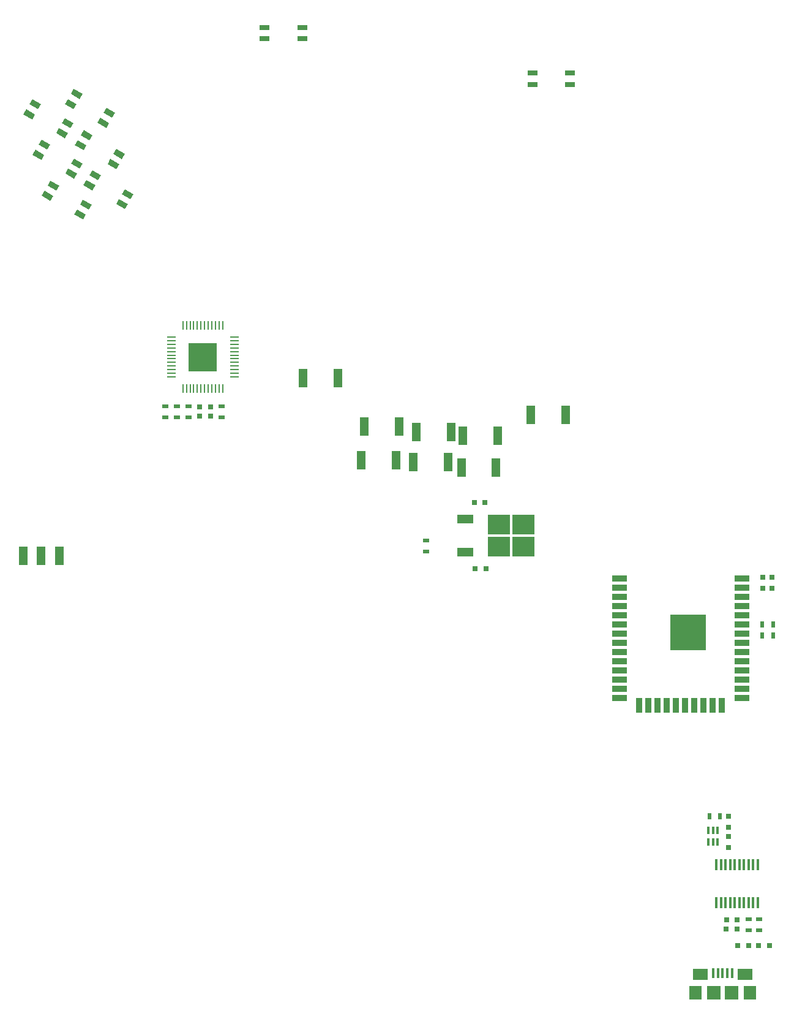
<source format=gbp>
G04 #@! TF.GenerationSoftware,KiCad,Pcbnew,(5.0.2)-1*
G04 #@! TF.CreationDate,2019-03-20T23:13:41-06:00*
G04 #@! TF.ProjectId,Hak4Kidz2019,48616b34-4b69-4647-9a32-3031392e6b69,rev?*
G04 #@! TF.SameCoordinates,Original*
G04 #@! TF.FileFunction,Paste,Bot*
G04 #@! TF.FilePolarity,Positive*
%FSLAX46Y46*%
G04 Gerber Fmt 4.6, Leading zero omitted, Abs format (unit mm)*
G04 Created by KiCad (PCBNEW (5.0.2)-1) date 3/20/2019 11:13:41 PM*
%MOMM*%
%LPD*%
G01*
G04 APERTURE LIST*
%ADD10C,0.800000*%
%ADD11C,0.100000*%
%ADD12R,1.400000X0.800000*%
%ADD13R,0.299720X0.988060*%
%ADD14R,0.250000X1.300000*%
%ADD15R,1.300000X0.250000*%
%ADD16R,4.000000X4.000000*%
%ADD17R,0.750000X0.800000*%
%ADD18R,0.800000X0.750000*%
%ADD19R,1.200000X2.600000*%
%ADD20R,1.900000X1.900000*%
%ADD21R,1.800000X1.900000*%
%ADD22R,2.100000X1.600000*%
%ADD23R,0.400000X1.350000*%
%ADD24R,0.900000X0.500000*%
%ADD25R,0.500000X0.900000*%
%ADD26R,1.200000X2.500000*%
%ADD27R,5.000000X5.000000*%
%ADD28R,2.000000X0.900000*%
%ADD29R,0.900000X2.000000*%
%ADD30R,0.410000X1.600000*%
%ADD31R,3.050000X2.750000*%
%ADD32R,2.200000X1.200000*%
G04 APERTURE END LIST*
D10*
G04 #@! TO.C,D7*
X55026466Y-70304780D03*
D11*
G36*
X54220248Y-70301190D02*
X54620248Y-69608370D01*
X55832684Y-70308370D01*
X55432684Y-71001190D01*
X54220248Y-70301190D01*
X54220248Y-70301190D01*
G37*
D10*
X50523134Y-67704780D03*
D11*
G36*
X49716916Y-67701190D02*
X50116916Y-67008370D01*
X51329352Y-67708370D01*
X50929352Y-68401190D01*
X49716916Y-67701190D01*
X49716916Y-67701190D01*
G37*
D10*
X54226466Y-71690420D03*
D11*
G36*
X53420248Y-71686830D02*
X53820248Y-70994010D01*
X55032684Y-71694010D01*
X54632684Y-72386830D01*
X53420248Y-71686830D01*
X53420248Y-71686830D01*
G37*
D10*
X49723134Y-69090420D03*
D11*
G36*
X48916916Y-69086830D02*
X49316916Y-68394010D01*
X50529352Y-69094010D01*
X50129352Y-69786830D01*
X48916916Y-69086830D01*
X48916916Y-69086830D01*
G37*
G04 #@! TD*
D12*
G04 #@! TO.C,D1*
X84946800Y-45809000D03*
X79746800Y-45809000D03*
X84946800Y-47409000D03*
X79746800Y-47409000D03*
G04 #@! TD*
G04 #@! TO.C,D2*
X121980000Y-52108200D03*
X116780000Y-52108200D03*
X121980000Y-53708200D03*
X116780000Y-53708200D03*
G04 #@! TD*
D10*
G04 #@! TO.C,D3*
X52511866Y-59052580D03*
D11*
G36*
X51705648Y-59048990D02*
X52105648Y-58356170D01*
X53318084Y-59056170D01*
X52918084Y-59748990D01*
X51705648Y-59048990D01*
X51705648Y-59048990D01*
G37*
D10*
X48008534Y-56452580D03*
D11*
G36*
X47202316Y-56448990D02*
X47602316Y-55756170D01*
X48814752Y-56456170D01*
X48414752Y-57148990D01*
X47202316Y-56448990D01*
X47202316Y-56448990D01*
G37*
D10*
X51711866Y-60438220D03*
D11*
G36*
X50905648Y-60434630D02*
X51305648Y-59741810D01*
X52518084Y-60441810D01*
X52118084Y-61134630D01*
X50905648Y-60434630D01*
X50905648Y-60434630D01*
G37*
D10*
X47208534Y-57838220D03*
D11*
G36*
X46402316Y-57834630D02*
X46802316Y-57141810D01*
X48014752Y-57841810D01*
X47614752Y-58534630D01*
X46402316Y-57834630D01*
X46402316Y-57834630D01*
G37*
G04 #@! TD*
D10*
G04 #@! TO.C,D4*
X58252266Y-57630180D03*
D11*
G36*
X57446048Y-57626590D02*
X57846048Y-56933770D01*
X59058484Y-57633770D01*
X58658484Y-58326590D01*
X57446048Y-57626590D01*
X57446048Y-57626590D01*
G37*
D10*
X53748934Y-55030180D03*
D11*
G36*
X52942716Y-55026590D02*
X53342716Y-54333770D01*
X54555152Y-55033770D01*
X54155152Y-55726590D01*
X52942716Y-55026590D01*
X52942716Y-55026590D01*
G37*
D10*
X57452266Y-59015820D03*
D11*
G36*
X56646048Y-59012230D02*
X57046048Y-58319410D01*
X58258484Y-59019410D01*
X57858484Y-59712230D01*
X56646048Y-59012230D01*
X56646048Y-59012230D01*
G37*
D10*
X52948934Y-56415820D03*
D11*
G36*
X52142716Y-56412230D02*
X52542716Y-55719410D01*
X53755152Y-56419410D01*
X53355152Y-57112230D01*
X52142716Y-56412230D01*
X52142716Y-56412230D01*
G37*
G04 #@! TD*
D10*
G04 #@! TO.C,D5*
X53781866Y-64640580D03*
D11*
G36*
X52975648Y-64636990D02*
X53375648Y-63944170D01*
X54588084Y-64644170D01*
X54188084Y-65336990D01*
X52975648Y-64636990D01*
X52975648Y-64636990D01*
G37*
D10*
X49278534Y-62040580D03*
D11*
G36*
X48472316Y-62036990D02*
X48872316Y-61344170D01*
X50084752Y-62044170D01*
X49684752Y-62736990D01*
X48472316Y-62036990D01*
X48472316Y-62036990D01*
G37*
D10*
X52981866Y-66026220D03*
D11*
G36*
X52175648Y-66022630D02*
X52575648Y-65329810D01*
X53788084Y-66029810D01*
X53388084Y-66722630D01*
X52175648Y-66022630D01*
X52175648Y-66022630D01*
G37*
D10*
X48478534Y-63426220D03*
D11*
G36*
X47672316Y-63422630D02*
X48072316Y-62729810D01*
X49284752Y-63429810D01*
X48884752Y-64122630D01*
X47672316Y-63422630D01*
X47672316Y-63422630D01*
G37*
G04 #@! TD*
D10*
G04 #@! TO.C,D6*
X59623866Y-63319780D03*
D11*
G36*
X58817648Y-63316190D02*
X59217648Y-62623370D01*
X60430084Y-63323370D01*
X60030084Y-64016190D01*
X58817648Y-63316190D01*
X58817648Y-63316190D01*
G37*
D10*
X55120534Y-60719780D03*
D11*
G36*
X54314316Y-60716190D02*
X54714316Y-60023370D01*
X55926752Y-60723370D01*
X55526752Y-61416190D01*
X54314316Y-60716190D01*
X54314316Y-60716190D01*
G37*
D10*
X58823866Y-64705420D03*
D11*
G36*
X58017648Y-64701830D02*
X58417648Y-64009010D01*
X59630084Y-64709010D01*
X59230084Y-65401830D01*
X58017648Y-64701830D01*
X58017648Y-64701830D01*
G37*
D10*
X54320534Y-62105420D03*
D11*
G36*
X53514316Y-62101830D02*
X53914316Y-61409010D01*
X55126752Y-62109010D01*
X54726752Y-62801830D01*
X53514316Y-62101830D01*
X53514316Y-62101830D01*
G37*
G04 #@! TD*
D10*
G04 #@! TO.C,D8*
X60817666Y-68856980D03*
D11*
G36*
X60011448Y-68853390D02*
X60411448Y-68160570D01*
X61623884Y-68860570D01*
X61223884Y-69553390D01*
X60011448Y-68853390D01*
X60011448Y-68853390D01*
G37*
D10*
X56314334Y-66256980D03*
D11*
G36*
X55508116Y-66253390D02*
X55908116Y-65560570D01*
X57120552Y-66260570D01*
X56720552Y-66953390D01*
X55508116Y-66253390D01*
X55508116Y-66253390D01*
G37*
D10*
X60017666Y-70242620D03*
D11*
G36*
X59211448Y-70239030D02*
X59611448Y-69546210D01*
X60823884Y-70246210D01*
X60423884Y-70939030D01*
X59211448Y-70239030D01*
X59211448Y-70239030D01*
G37*
D10*
X55514334Y-67642620D03*
D11*
G36*
X54708116Y-67639030D02*
X55108116Y-66946210D01*
X56320552Y-67646210D01*
X55920552Y-68339030D01*
X54708116Y-67639030D01*
X54708116Y-67639030D01*
G37*
G04 #@! TD*
D13*
G04 #@! TO.C,U5*
X142405100Y-158404560D03*
X141757400Y-158404560D03*
X141109700Y-158404560D03*
X141109700Y-156799280D03*
X141757400Y-156799280D03*
X142405100Y-156799280D03*
G04 #@! TD*
D14*
G04 #@! TO.C,U3*
X68448800Y-95707200D03*
X68948800Y-95707200D03*
X69448800Y-95707200D03*
X69948800Y-95707200D03*
X70448800Y-95707200D03*
X70948800Y-95707200D03*
X71448800Y-95707200D03*
X71948800Y-95707200D03*
X72448800Y-95707200D03*
X72948800Y-95707200D03*
X73448800Y-95707200D03*
X73948800Y-95707200D03*
D15*
X75548800Y-94107200D03*
X75548800Y-93607200D03*
X75548800Y-93107200D03*
X75548800Y-92607200D03*
X75548800Y-92107200D03*
X75548800Y-91607200D03*
X75548800Y-91107200D03*
X75548800Y-90607200D03*
X75548800Y-90107200D03*
X75548800Y-89607200D03*
X75548800Y-89107200D03*
X75548800Y-88607200D03*
D14*
X73948800Y-87007200D03*
X73448800Y-87007200D03*
X72948800Y-87007200D03*
X72448800Y-87007200D03*
X71948800Y-87007200D03*
X71448800Y-87007200D03*
X70948800Y-87007200D03*
X70448800Y-87007200D03*
X69948800Y-87007200D03*
X69448800Y-87007200D03*
X68948800Y-87007200D03*
X68448800Y-87007200D03*
D15*
X66848800Y-88607200D03*
X66848800Y-89107200D03*
X66848800Y-89607200D03*
X66848800Y-90107200D03*
X66848800Y-90607200D03*
X66848800Y-91107200D03*
X66848800Y-91607200D03*
X66848800Y-92107200D03*
X66848800Y-92607200D03*
X66848800Y-93107200D03*
X66848800Y-93607200D03*
X66848800Y-94107200D03*
D16*
X71198800Y-91357200D03*
G04 #@! TD*
D17*
G04 #@! TO.C,C1*
X148640800Y-123330400D03*
X148640800Y-121830400D03*
G04 #@! TD*
G04 #@! TO.C,C2*
X149961600Y-123330400D03*
X149961600Y-121830400D03*
G04 #@! TD*
G04 #@! TO.C,C3*
X143916400Y-156337000D03*
X143916400Y-154837000D03*
G04 #@! TD*
D18*
G04 #@! TO.C,C4*
X72276400Y-99568000D03*
X70776400Y-99568000D03*
G04 #@! TD*
G04 #@! TO.C,C5*
X70776400Y-98298000D03*
X72276400Y-98298000D03*
G04 #@! TD*
D17*
G04 #@! TO.C,C6*
X143916400Y-157632400D03*
X143916400Y-159132400D03*
G04 #@! TD*
D18*
G04 #@! TO.C,C7*
X145123600Y-169087800D03*
X143623600Y-169087800D03*
G04 #@! TD*
G04 #@! TO.C,C8*
X143610200Y-170383200D03*
X145110200Y-170383200D03*
G04 #@! TD*
G04 #@! TO.C,C9*
X149594000Y-172643800D03*
X148094000Y-172643800D03*
G04 #@! TD*
G04 #@! TO.C,C10*
X146661000Y-172643800D03*
X145161000Y-172643800D03*
G04 #@! TD*
G04 #@! TO.C,C11*
X110364400Y-120573800D03*
X108864400Y-120573800D03*
G04 #@! TD*
G04 #@! TO.C,C12*
X108736000Y-111455200D03*
X110236000Y-111455200D03*
G04 #@! TD*
D19*
G04 #@! TO.C,D9*
X85065200Y-94284800D03*
X89865200Y-94284800D03*
G04 #@! TD*
G04 #@! TO.C,D10*
X121361200Y-99339400D03*
X116561200Y-99339400D03*
G04 #@! TD*
G04 #@! TO.C,D11*
X93561200Y-100939600D03*
X98361200Y-100939600D03*
G04 #@! TD*
G04 #@! TO.C,D12*
X97917000Y-105613200D03*
X93117000Y-105613200D03*
G04 #@! TD*
G04 #@! TO.C,D13*
X100762400Y-101727000D03*
X105562400Y-101727000D03*
G04 #@! TD*
G04 #@! TO.C,D14*
X105130600Y-105892600D03*
X100330600Y-105892600D03*
G04 #@! TD*
G04 #@! TO.C,D15*
X107175600Y-102235000D03*
X111975600Y-102235000D03*
G04 #@! TD*
G04 #@! TO.C,D16*
X111760000Y-106629200D03*
X106960000Y-106629200D03*
G04 #@! TD*
D20*
G04 #@! TO.C,J1*
X144303600Y-179197000D03*
D21*
X146903600Y-179197000D03*
D20*
X141903600Y-179197000D03*
D21*
X139303600Y-179197000D03*
D22*
X146203600Y-176647000D03*
X140003600Y-176647000D03*
D23*
X144403600Y-176522000D03*
X143753600Y-176522000D03*
X143103600Y-176522000D03*
X142453600Y-176522000D03*
X141803600Y-176522000D03*
G04 #@! TD*
D24*
G04 #@! TO.C,R1*
X102057200Y-116738400D03*
X102057200Y-118238400D03*
G04 #@! TD*
D25*
G04 #@! TO.C,R2*
X141261400Y-154813000D03*
X142761400Y-154813000D03*
G04 #@! TD*
D24*
G04 #@! TO.C,R3*
X73812400Y-99683000D03*
X73812400Y-98183000D03*
G04 #@! TD*
G04 #@! TO.C,R4*
X67640200Y-99683000D03*
X67640200Y-98183000D03*
G04 #@! TD*
G04 #@! TO.C,R5*
X66040000Y-99683000D03*
X66040000Y-98183000D03*
G04 #@! TD*
G04 #@! TO.C,R6*
X69240400Y-99683000D03*
X69240400Y-98183000D03*
G04 #@! TD*
D25*
G04 #@! TO.C,R7*
X148551200Y-128346200D03*
X150051200Y-128346200D03*
G04 #@! TD*
G04 #@! TO.C,R8*
X150051200Y-129819400D03*
X148551200Y-129819400D03*
G04 #@! TD*
D24*
G04 #@! TO.C,R9*
X146685000Y-169023600D03*
X146685000Y-170523600D03*
G04 #@! TD*
G04 #@! TO.C,R10*
X148107400Y-169035600D03*
X148107400Y-170535600D03*
G04 #@! TD*
D26*
G04 #@! TO.C,SW1*
X46369600Y-118853400D03*
X48869600Y-118853400D03*
X51369600Y-118853400D03*
G04 #@! TD*
D27*
G04 #@! TO.C,U1*
X138300000Y-129445400D03*
D28*
X145800000Y-121945400D03*
X145800000Y-123215400D03*
X145800000Y-124485400D03*
X145800000Y-125755400D03*
X145800000Y-127025400D03*
X145800000Y-128295400D03*
X145800000Y-129565400D03*
X145800000Y-130835400D03*
X145800000Y-132105400D03*
X145800000Y-133375400D03*
X145800000Y-134645400D03*
X145800000Y-135915400D03*
X145800000Y-137185400D03*
X145800000Y-138455400D03*
D29*
X143015000Y-139455400D03*
X141745000Y-139455400D03*
X140475000Y-139455400D03*
X139205000Y-139455400D03*
X137935000Y-139455400D03*
X136665000Y-139455400D03*
X135395000Y-139455400D03*
X134125000Y-139455400D03*
X132855000Y-139455400D03*
X131585000Y-139455400D03*
D28*
X128800000Y-138455400D03*
X128800000Y-137185400D03*
X128800000Y-135915400D03*
X128800000Y-134645400D03*
X128800000Y-133375400D03*
X128800000Y-132105400D03*
X128800000Y-130835400D03*
X128800000Y-129565400D03*
X128800000Y-128295400D03*
X128800000Y-127025400D03*
X128800000Y-125755400D03*
X128800000Y-124485400D03*
X128800000Y-123215400D03*
X128800000Y-121945400D03*
G04 #@! TD*
D30*
G04 #@! TO.C,U2*
X142227300Y-166789100D03*
X142862300Y-166789100D03*
X143497300Y-166789100D03*
X146672300Y-166789100D03*
X147307300Y-166789100D03*
X147942300Y-166789100D03*
X147942300Y-161480500D03*
X147307300Y-161480500D03*
X146672300Y-161480500D03*
X143497300Y-161480500D03*
X142862300Y-161480500D03*
X142227300Y-161480500D03*
X144132300Y-161480500D03*
X144767300Y-161480500D03*
X144767300Y-166789100D03*
X144132300Y-166789100D03*
X145402300Y-161480500D03*
X146037300Y-161480500D03*
X145402300Y-166789100D03*
X146037300Y-166789100D03*
G04 #@! TD*
D31*
G04 #@! TO.C,U6*
X112159600Y-114527600D03*
X115509600Y-117577600D03*
X112159600Y-117577600D03*
X115509600Y-114527600D03*
D32*
X107534600Y-113772600D03*
X107534600Y-118332600D03*
G04 #@! TD*
M02*

</source>
